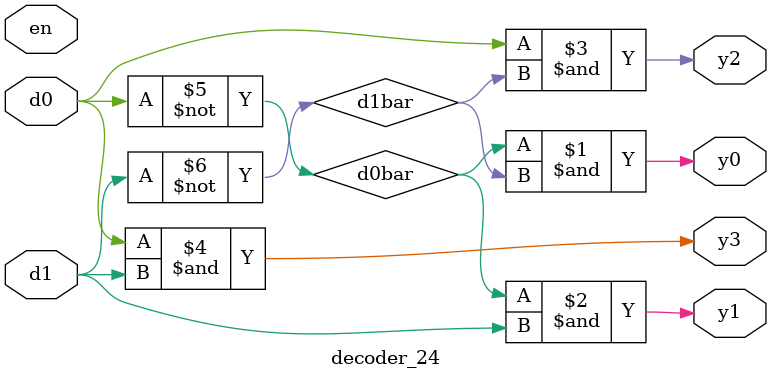
<source format=v>
`timescale 1ns / 1ps


module decoder_24(y0,y1,y2,y3,d0,d1,en);
output y0,y1,y2,y3;
input d0,d1;
wire d0bar,d1bar;
input en;
and (y0,d0bar,d1bar),(y1,d0bar,d1),(y2,d0,d1bar),(y3,d0,d1);
not (d0bar,d0),(d1bar,d1);
endmodule

</source>
